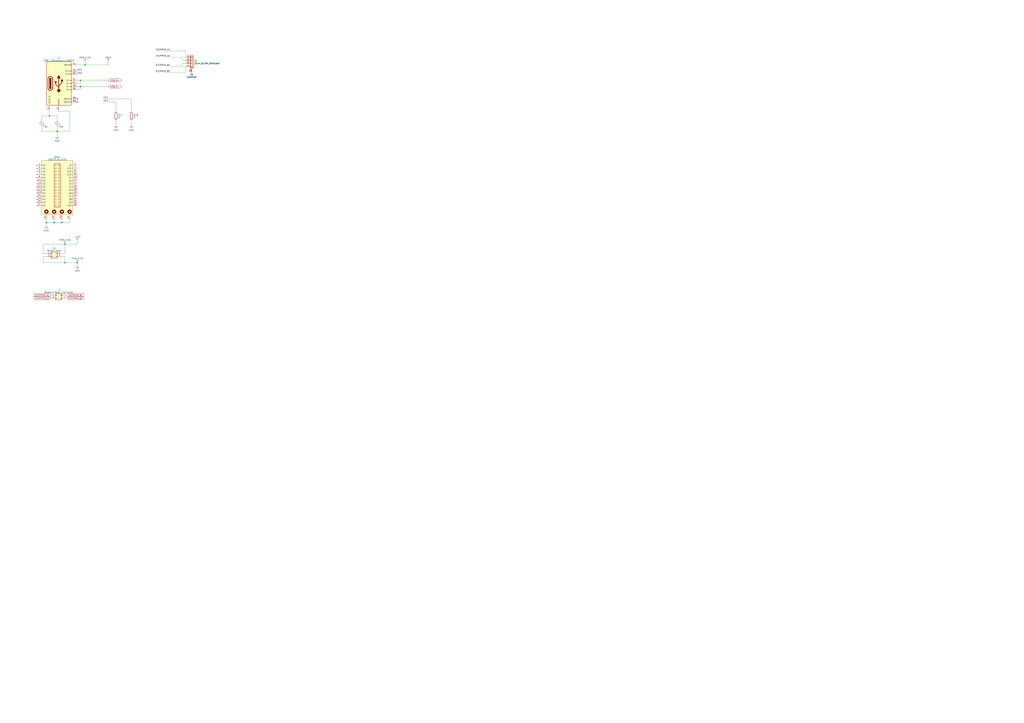
<source format=kicad_sch>
(kicad_sch (version 20230121) (generator eeschema)
  (paper "A1")
  (lib_symbols
    (symbol "0.Project:100STD_BLUESAT"
      (property "Reference" "BRD" (at -12.7 24.13 0))
      (property "Value" "100STD_BLUESAT" (at -12.7 21.59 0))
      (symbol "100STD_BLUESAT_0_1"
        (circle (center -1.27 -17.78) (radius 0.508))
        (circle (center -1.27 -15.24) (radius 0.508))
        (circle (center -1.27 -12.7) (radius 0.508))
        (circle (center -1.27 -10.16) (radius 0.508))
        (circle (center -1.27 -7.62) (radius 0.508))
        (circle (center -1.27 -5.08) (radius 0.508))
        (circle (center -1.27 -2.54) (radius 0.508))
        (circle (center -1.27 0) (radius 0.508))
        (circle (center -1.27 2.54) (radius 0.508))
        (circle (center -1.27 5.08) (radius 0.508))
        (circle (center -1.27 7.62) (radius 0.508))
        (circle (center -1.27 10.16) (radius 0.508))
        (circle (center -1.27 12.7) (radius 0.508))
        (circle (center -1.27 15.24) (radius 0.508))
        (circle (center 1.27 -17.78) (radius 0.508))
        (circle (center 1.27 -15.24) (radius 0.508))
        (circle (center 1.27 -12.7) (radius 0.508))
        (circle (center 1.27 -10.16) (radius 0.508))
        (circle (center 1.27 -7.62) (radius 0.508))
        (circle (center 1.27 -5.08) (radius 0.508))
        (circle (center 1.27 -2.54) (radius 0.508))
        (circle (center 1.27 0) (radius 0.508))
        (circle (center 1.27 2.54) (radius 0.508))
        (circle (center 1.27 5.08) (radius 0.508))
        (circle (center 1.27 7.62) (radius 0.508))
        (circle (center 1.27 10.16) (radius 0.508))
        (circle (center 1.27 12.7) (radius 0.508))
        (circle (center 1.27 15.24) (radius 0.508))
      )
      (symbol "100STD_BLUESAT_1_1"
        (rectangle (start -12.7 19.05) (end 12.7 -25.4) (fill (type background)))
        (circle (center -8.89 -22.86) (radius 1.27) (stroke (width 1)) (fill (type background)))
        (circle (center -2.54 -22.86) (radius 1.27) (stroke (width 1)) (fill (type background)))
        (rectangle (start -2.54 16.51) (end 2.54 -19.05) (stroke (width 0.254)) (fill (type background)))
        (circle (center 3.81 -22.86) (radius 1.27) (stroke (width 1)) (fill (type background)))
        (circle (center 10.16 -22.86) (radius 1.27) (stroke (width 1)) (fill (type background)))
        (pin no_connect line (at -16.51 15.24 0) (length 3.81) (name "NC") (number "1"))
        (pin bidirectional line (at 16.51 5.08 180) (length 3.81) (name "D1") (number "10"))
        (pin no_connect line (at -16.51 2.54 0) (length 3.81) (name "NC") (number "11"))
        (pin bidirectional line (at 16.51 2.54 180) (length 3.81) (name "D2") (number "12"))
        (pin no_connect line (at -16.51 0 0) (length 3.81) (name "NC") (number "13"))
        (pin bidirectional line (at 16.51 0 180) (length 3.81) (name "D3") (number "14"))
        (pin no_connect line (at -16.51 -2.54 0) (length 3.81) (name "NC") (number "15"))
        (pin bidirectional line (at 16.51 -2.54 180) (length 3.81) (name "D4") (number "16"))
        (pin no_connect line (at -16.51 -5.08 0) (length 3.81) (name "NC") (number "17"))
        (pin bidirectional line (at 16.51 -5.08 180) (length 3.81) (name "D5") (number "18"))
        (pin no_connect line (at -16.51 -7.62 0) (length 3.81) (name "NC") (number "19"))
        (pin power_out line (at 16.51 15.24 180) (length 3.81) (name "5V") (number "2"))
        (pin bidirectional line (at 16.51 -7.62 180) (length 3.81) (name "D6") (number "20"))
        (pin no_connect line (at -16.51 -10.16 0) (length 3.81) (name "NC") (number "21"))
        (pin bidirectional line (at 16.51 -10.16 180) (length 3.81) (name "D7") (number "22"))
        (pin no_connect line (at -16.51 -12.7 0) (length 3.81) (name "NC") (number "23"))
        (pin bidirectional line (at 16.51 -12.7 180) (length 3.81) (name "D8") (number "24"))
        (pin no_connect line (at -16.51 -15.24 0) (length 3.81) (name "NC") (number "25"))
        (pin bidirectional line (at 16.51 -15.24 180) (length 3.81) (name "D9") (number "26"))
        (pin no_connect line (at -16.51 -17.78 0) (length 3.81) (name "NC") (number "27"))
        (pin bidirectional line (at 16.51 -17.78 180) (length 3.81) (name "D10") (number "28"))
        (pin no_connect line (at -16.51 12.7 0) (length 3.81) (name "NC") (number "3"))
        (pin power_out line (at 16.51 12.7 180) (length 3.81) (name "3.3V") (number "4"))
        (pin no_connect line (at -16.51 10.16 0) (length 3.81) (name "NC") (number "5"))
        (pin power_in line (at 16.51 10.16 180) (length 3.81) (name "GND") (number "6"))
        (pin no_connect line (at -16.51 7.62 0) (length 3.81) (name "NC") (number "7"))
        (pin power_out line (at 16.51 7.62 180) (length 3.81) (name "3.3V") (number "8"))
        (pin no_connect line (at -16.51 5.08 0) (length 3.81) (name "NC") (number "9"))
        (pin passive line (at -8.89 -29.21 90) (length 3.81) (name "") (number "M1"))
        (pin passive line (at -2.54 -29.21 90) (length 3.81) (name "") (number "M2"))
        (pin passive line (at 3.81 -29.21 90) (length 3.81) (name "") (number "M3"))
        (pin passive line (at 10.16 -29.21 90) (length 3.81) (name "") (number "M4"))
      )
    )
    (symbol "Connector:USB_C_Receptacle_USB2.0" (pin_names (offset 1.016))
      (property "Reference" "J" (at -10.16 19.05 0))
      (property "Value" "USB_C_Receptacle_USB2.0" (at 19.05 19.05 0))
      (symbol "USB_C_Receptacle_USB2.0_0_0"
        (rectangle (start -0.254 -17.78) (end 0.254 -16.764))
        (rectangle (start 10.16 -14.986) (end 9.144 -15.494))
        (rectangle (start 10.16 -12.446) (end 9.144 -12.954))
        (rectangle (start 10.16 -4.826) (end 9.144 -5.334))
        (rectangle (start 10.16 -2.286) (end 9.144 -2.794))
        (rectangle (start 10.16 0.254) (end 9.144 -0.254))
        (rectangle (start 10.16 2.794) (end 9.144 2.286))
        (rectangle (start 10.16 7.874) (end 9.144 7.366))
        (rectangle (start 10.16 10.414) (end 9.144 9.906))
        (rectangle (start 10.16 15.494) (end 9.144 14.986))
      )
      (symbol "USB_C_Receptacle_USB2.0_0_1"
        (rectangle (start -10.16 17.78) (end 10.16 -17.78) (stroke (width 0.254)) (fill (type background)))
        (arc (start -8.89 -3.81) (mid -6.985 -5.7067) (end -5.08 -3.81) (stroke (width 0.508)))
        (arc (start -7.62 -3.81) (mid -6.985 -4.4423) (end -6.35 -3.81) (stroke (width 0.254)))
        (arc (start -7.62 -3.81) (mid -6.985 -4.4423) (end -6.35 -3.81) (stroke (width 0.254)) (fill (type outline)))
        (rectangle (start -7.62 -3.81) (end -6.35 3.81) (stroke (width 0.254)) (fill (type outline)))
        (arc (start -6.35 3.81) (mid -6.985 4.4423) (end -7.62 3.81) (stroke (width 0.254)))
        (arc (start -6.35 3.81) (mid -6.985 4.4423) (end -7.62 3.81) (stroke (width 0.254)) (fill (type outline)))
        (arc (start -5.08 3.81) (mid -6.985 5.7067) (end -8.89 3.81) (stroke (width 0.508)))
        (circle (center -2.54 1.143) (radius 0.635) (stroke (width 0.254)) (fill (type outline)))
        (circle (center 0 -5.842) (radius 1.27) (fill (type outline)))
        (polyline (pts (xy -8.89 -3.81) (xy -8.89 3.81)) (stroke (width 0.508)))
        (polyline (pts (xy -5.08 3.81) (xy -5.08 -3.81)) (stroke (width 0.508)))
        (polyline (pts (xy 0 -5.842) (xy 0 4.318)) (stroke (width 0.508)))
        (polyline (pts (xy 0 -3.302) (xy -2.54 -0.762) (xy -2.54 0.508)) (stroke (width 0.508)))
        (polyline (pts (xy 0 -2.032) (xy 2.54 0.508) (xy 2.54 1.778)) (stroke (width 0.508)))
        (polyline (pts (xy -1.27 4.318) (xy 0 6.858) (xy 1.27 4.318) (xy -1.27 4.318)) (stroke (width 0.254)) (fill (type outline)))
        (rectangle (start 1.905 1.778) (end 3.175 3.048) (stroke (width 0.254)) (fill (type outline)))
      )
      (symbol "USB_C_Receptacle_USB2.0_1_1"
        (pin passive line (at 0 -22.86 90) (length 5.08) (name "GND") (number "A1"))
        (pin passive line (at 0 -22.86 90) (length 5.08) hide (name "GND") (number "A12"))
        (pin passive line (at 15.24 15.24 180) (length 5.08) (name "VBUS") (number "A4"))
        (pin bidirectional line (at 15.24 10.16 180) (length 5.08) (name "CC1") (number "A5"))
        (pin bidirectional line (at 15.24 -2.54 180) (length 5.08) (name "D+") (number "A6"))
        (pin bidirectional line (at 15.24 2.54 180) (length 5.08) (name "D-") (number "A7"))
        (pin bidirectional line (at 15.24 -12.7 180) (length 5.08) (name "SBU1") (number "A8"))
        (pin passive line (at 15.24 15.24 180) (length 5.08) hide (name "VBUS") (number "A9"))
        (pin passive line (at 0 -22.86 90) (length 5.08) hide (name "GND") (number "B1"))
        (pin passive line (at 0 -22.86 90) (length 5.08) hide (name "GND") (number "B12"))
        (pin passive line (at 15.24 15.24 180) (length 5.08) hide (name "VBUS") (number "B4"))
        (pin bidirectional line (at 15.24 7.62 180) (length 5.08) (name "CC2") (number "B5"))
        (pin bidirectional line (at 15.24 -5.08 180) (length 5.08) (name "D+") (number "B6"))
        (pin bidirectional line (at 15.24 0 180) (length 5.08) (name "D-") (number "B7"))
        (pin bidirectional line (at 15.24 -15.24 180) (length 5.08) (name "SBU2") (number "B8"))
        (pin passive line (at 15.24 15.24 180) (length 5.08) hide (name "VBUS") (number "B9"))
        (pin passive line (at -7.62 -22.86 90) (length 5.08) (name "SHIELD") (number "S1"))
      )
    )
    (symbol "Connector_Generic:Conn_02x02_Odd_Even" (pin_names (offset 1.016) hide)
      (property "Reference" "J" (at 1.27 2.54 0))
      (property "Value" "Conn_02x02_Odd_Even" (at 1.27 -5.08 0))
      (symbol "Conn_02x02_Odd_Even_1_1"
        (rectangle (start -1.27 -2.413) (end 0 -2.667) (stroke (width 0.1524)))
        (rectangle (start -1.27 0.127) (end 0 -0.127) (stroke (width 0.1524)))
        (rectangle (start -1.27 1.27) (end 3.81 -3.81) (stroke (width 0.254)) (fill (type background)))
        (rectangle (start 3.81 -2.413) (end 2.54 -2.667) (stroke (width 0.1524)))
        (rectangle (start 3.81 0.127) (end 2.54 -0.127) (stroke (width 0.1524)))
        (pin passive line (at -5.08 0 0) (length 3.81) (name "Pin_1") (number "1"))
        (pin passive line (at 7.62 0 180) (length 3.81) (name "Pin_2") (number "2"))
        (pin passive line (at -5.08 -2.54 0) (length 3.81) (name "Pin_3") (number "3"))
        (pin passive line (at 7.62 -2.54 180) (length 3.81) (name "Pin_4") (number "4"))
      )
    )
    (symbol "Connector_Generic_Shielded.kicad_sym:Conn_01x04_Shielded" (pin_names (offset 1.016) hide)
      (property "Reference" "J" (at 0.254 4.826 0))
      (property "Value" "Conn_01x04_Shielded" (at 1.016 -7.366 0))
      (symbol "Conn_01x04_Shielded_1_1"
        (rectangle (start -1.27 3.81) (end 1.27 -6.35) (stroke (width 0.1524)))
        (rectangle (start -1.016 -4.953) (end 0.254 -5.207) (stroke (width 0.1524)))
        (rectangle (start -1.016 -2.413) (end 0.254 -2.667) (stroke (width 0.1524)))
        (rectangle (start -1.016 0.127) (end 0.254 -0.127) (stroke (width 0.1524)))
        (rectangle (start -1.016 2.667) (end 0.254 2.413) (stroke (width 0.1524)))
        (rectangle (start -1.016 3.556) (end 1.016 -6.096) (stroke (width 0.254)) (fill (type background)))
        (pin passive line (at -5.08 2.54 0) (length 4.064) (name "Pin_1") (number "1"))
        (pin passive line (at -5.08 0 0) (length 4.064) (name "Pin_2") (number "2"))
        (pin passive line (at -5.08 -2.54 0) (length 4.064) (name "Pin_3") (number "3"))
        (pin passive line (at -5.08 -5.08 0) (length 4.064) (name "Pin_4") (number "4"))
        (pin passive line (at 0 -10.16 90) (length 3.81) (name "Shield") (number "SH"))
      )
    )
    (symbol "Device.kicad_sym:R" (pin_numbers hide) (pin_names (offset 0))
      (property "Reference" "R" (at 2.032 0 90))
      (property "Value" "R" (at 0 0 90))
      (symbol "R_0_1"
        (rectangle (start -1.016 -2.54) (end 1.016 2.54) (stroke (width 0.254)))
      )
      (symbol "R_1_1"
        (pin passive line (at 0 3.81 270) (length 1.27) (name "~") (number "1"))
        (pin passive line (at 0 -3.81 90) (length 1.27) (name "~") (number "2"))
      )
    )
    (symbol "Device:FerriteBead_Small" (pin_numbers hide) (pin_names (offset 0))
      (property "Reference" "FB" (at 1.905 1.27 0))
      (property "Value" "FerriteBead_Small" (at 1.905 -1.27 0))
      (symbol "FerriteBead_Small_0_1"
        (polyline (pts (xy 0 -1.27) (xy 0 -0.7874)))
        (polyline (pts (xy 0 0.889) (xy 0 1.2954)))
        (polyline (pts (xy -1.8288 0.2794) (xy -1.1176 1.4986) (xy 1.8288 -0.2032) (xy 1.1176 -1.4224) (xy -1.8288 0.2794)))
      )
      (symbol "FerriteBead_Small_1_1"
        (pin passive line (at 0 2.54 270) (length 1.27) (name "~") (number "1"))
        (pin passive line (at 0 -2.54 90) (length 1.27) (name "~") (number "2"))
      )
    )
    (symbol "power.kicad_sym:GNDPWR" (power) (pin_names (offset 0))
      (property "Value" "GNDPWR" (at 0 -3.302 0))
      (symbol "GNDPWR_0_1"
        (polyline (pts (xy 0 -1.27) (xy 0 0)))
        (polyline (pts (xy -1.016 -1.27) (xy -1.27 -2.032) (xy -1.27 -2.032)) (stroke (width 0.2032)))
        (polyline (pts (xy -0.508 -1.27) (xy -0.762 -2.032) (xy -0.762 -2.032)) (stroke (width 0.2032)))
        (polyline (pts (xy 0 -1.27) (xy -0.254 -2.032) (xy -0.254 -2.032)) (stroke (width 0.2032)))
        (polyline (pts (xy 0.508 -1.27) (xy 0.254 -2.032) (xy 0.254 -2.032)) (stroke (width 0.2032)))
        (polyline (pts (xy 1.016 -1.27) (xy -1.016 -1.27) (xy -1.016 -1.27)) (stroke (width 0.2032)))
        (polyline (pts (xy 1.016 -1.27) (xy 0.762 -2.032) (xy 0.762 -2.032) (xy 0.762 -2.032)) (stroke (width 0.2032)))
      )
      (symbol "GNDPWR_1_1"
        (pin power_in line (at 0 0 270) (length 0) hide (name "GNDPWR") (number "1"))
      )
    )
    (symbol "power:+12V" (power) (pin_names (offset 0))
      (property "Value" "+12V" (at 0 3.556 0))
      (symbol "+12V_0_1"
        (polyline (pts (xy -0.762 1.27) (xy 0 2.54)))
        (polyline (pts (xy 0 0) (xy 0 2.54)))
        (polyline (pts (xy 0 2.54) (xy 0.762 1.27)))
      )
      (symbol "+12V_1_1"
        (pin power_in line (at 0 0 90) (length 0) hide (name "+12V") (number "1"))
      )
    )
    (symbol "power:GND" (power) (pin_names (offset 0))
      (property "Value" "GND" (at 0 -3.81 0))
      (symbol "GND_0_1"
        (polyline (pts (xy 0 0) (xy 0 -1.27) (xy 1.27 -1.27) (xy 0 -2.54) (xy -1.27 -1.27) (xy 0 -1.27)))
      )
      (symbol "GND_1_1"
        (pin power_in line (at 0 0 270) (length 0) hide (name "GND") (number "1"))
      )
    )
    (symbol "power:PWR_FLAG" (power) (pin_numbers hide) (pin_names (offset 0) hide)
      (property "Value" "PWR_FLAG" (at 0 3.81 0))
      (symbol "PWR_FLAG_0_0"
        (pin power_out line (at 0 0 90) (length 0) (name "pwr") (number "1"))
      )
      (symbol "PWR_FLAG_0_1"
        (polyline (pts (xy 0 0) (xy 0 1.27) (xy -1.016 1.905) (xy 0 2.54) (xy 1.016 1.905) (xy 0 1.27)))
      )
    )
    (symbol "power:VBUS" (power) (pin_names (offset 0))
      (property "Value" "VBUS" (at 0 3.81 0))
      (symbol "VBUS_0_1"
        (polyline (pts (xy -0.762 1.27) (xy 0 2.54)))
        (polyline (pts (xy 0 0) (xy 0 2.54)))
        (polyline (pts (xy 0 2.54) (xy 0.762 1.27)))
      )
      (symbol "VBUS_1_1"
        (pin power_in line (at 0 0 90) (length 0) hide (name "VBUS") (number "1"))
      )
    )
  )
  (junction (at 53.34 200.66))
  (junction (at 63.5 215.9))
  (junction (at 44.45 182.88))
  (junction (at 50.8 182.88))
  (junction (at 66.04 66.04))
  (junction (at 69.85 53.34))
  (junction (at 46.99 107.95))
  (junction (at 40.64 95.25))
  (junction (at 66.04 71.12))
  (junction (at 38.1 182.88))
  (junction (at 53.34 215.9))
  (no_connect (at 63.5 81.28))
  (no_connect (at 63.5 83.82))
  (wire (pts (xy 152.4 54.61) (xy 152.4 59.69)))
  (wire (pts (xy 40.64 95.25) (xy 40.64 91.44)))
  (wire (pts (xy 44.45 180.34) (xy 44.45 182.88)))
  (wire (pts (xy 66.04 71.12) (xy 88.9 71.12)))
  (wire (pts (xy 69.85 50.8) (xy 69.85 53.34)))
  (wire (pts (xy 95.25 99.06) (xy 95.25 102.87)))
  (wire (pts (xy 48.26 91.44) (xy 57.15 91.44)))
  (wire (pts (xy 63.5 218.44) (xy 63.5 215.9)))
  (wire (pts (xy 107.95 99.06) (xy 107.95 102.87)))
  (wire (pts (xy 152.4 46.99) (xy 152.4 41.91)))
  (wire (pts (xy 34.29 104.14) (xy 34.29 107.95)))
  (wire (pts (xy 63.5 73.66) (xy 66.04 73.66)))
  (wire (pts (xy 35.56 215.9) (xy 53.34 215.9)))
  (wire (pts (xy 46.99 107.95) (xy 46.99 111.76)))
  (wire (pts (xy 66.04 66.04) (xy 63.5 66.04)))
  (wire (pts (xy 139.7 59.69) (xy 152.4 59.69)))
  (wire (pts (xy 38.1 182.88) (xy 44.45 182.88)))
  (wire (pts (xy 53.34 210.82) (xy 50.8 210.82)))
  (wire (pts (xy 35.56 208.28) (xy 38.1 208.28)))
  (wire (pts (xy 53.34 200.66) (xy 53.34 208.28)))
  (wire (pts (xy 88.9 83.82) (xy 95.25 83.82)))
  (wire (pts (xy 107.95 81.28) (xy 88.9 81.28)))
  (wire (pts (xy 34.29 95.25) (xy 40.64 95.25)))
  (wire (pts (xy 152.4 41.91) (xy 139.7 41.91)))
  (wire (pts (xy 40.64 95.25) (xy 46.99 95.25)))
  (wire (pts (xy 35.56 210.82) (xy 38.1 210.82)))
  (wire (pts (xy 66.04 73.66) (xy 66.04 71.12)))
  (wire (pts (xy 50.8 182.88) (xy 57.15 182.88)))
  (wire (pts (xy 50.8 180.34) (xy 50.8 182.88)))
  (wire (pts (xy 66.04 71.12) (xy 63.5 71.12)))
  (wire (pts (xy 149.86 46.99) (xy 139.7 46.99)))
  (wire (pts (xy 34.29 95.25) (xy 34.29 99.06)))
  (wire (pts (xy 34.29 107.95) (xy 46.99 107.95)))
  (wire (pts (xy 63.5 200.66) (xy 53.34 200.66)))
  (wire (pts (xy 95.25 83.82) (xy 95.25 91.44)))
  (wire (pts (xy 46.99 99.06) (xy 46.99 95.25)))
  (wire (pts (xy 63.5 68.58) (xy 66.04 68.58)))
  (wire (pts (xy 69.85 53.34) (xy 88.9 53.34)))
  (wire (pts (xy 53.34 215.9) (xy 53.34 210.82)))
  (wire (pts (xy 38.1 180.34) (xy 38.1 182.88)))
  (wire (pts (xy 46.99 107.95) (xy 57.15 107.95)))
  (wire (pts (xy 63.5 215.9) (xy 53.34 215.9)))
  (wire (pts (xy 88.9 50.8) (xy 88.9 53.34)))
  (wire (pts (xy 57.15 180.34) (xy 57.15 182.88)))
  (wire (pts (xy 66.04 66.04) (xy 88.9 66.04)))
  (wire (pts (xy 63.5 53.34) (xy 69.85 53.34)))
  (wire (pts (xy 66.04 68.58) (xy 66.04 66.04)))
  (wire (pts (xy 50.8 208.28) (xy 53.34 208.28)))
  (wire (pts (xy 149.86 49.53) (xy 149.86 46.99)))
  (wire (pts (xy 107.95 81.28) (xy 107.95 91.44)))
  (wire (pts (xy 53.34 200.66) (xy 35.56 200.66)))
  (wire (pts (xy 57.15 91.44) (xy 57.15 107.95)))
  (wire (pts (xy 46.99 107.95) (xy 46.99 104.14)))
  (wire (pts (xy 35.56 200.66) (xy 35.56 208.28)))
  (wire (pts (xy 63.5 198.12) (xy 63.5 200.66)))
  (wire (pts (xy 44.45 182.88) (xy 50.8 182.88)))
  (wire (pts (xy 38.1 185.42) (xy 38.1 182.88)))
  (wire (pts (xy 152.4 52.07) (xy 149.86 52.07)))
  (wire (pts (xy 149.86 52.07) (xy 149.86 54.61)))
  (wire (pts (xy 35.56 210.82) (xy 35.56 215.9)))
  (wire (pts (xy 152.4 49.53) (xy 149.86 49.53)))
  (wire (pts (xy 149.86 54.61) (xy 139.7 54.61)))
  (label "STEPPER_A1" (at 139.7 41.91 180))
  (label "CC1" (at 63.5 58.42 0))
  (label "STEPPER_B1" (at 139.7 54.61 180))
  (label "CC1" (at 88.9 81.28 180))
  (label "CC2" (at 88.9 83.82 180))
  (label "STEPPER_A2" (at 139.7 46.99 180))
  (label "STEPPER_B2" (at 139.7 59.69 180))
  (label "CC2" (at 63.5 60.96 0))
  (global_label "STEPPER_A1" (shape input) (at 41.91 242.57 180) (property "Intersheetrefs" "${INTERSHEET_REFS}" (effects hide)))
  (global_label "STEPPER_B1" (shape input) (at 54.61 242.57 0) (property "Intersheetrefs" "${INTERSHEET_REFS}" (effects hide)))
  (global_label "STEPPER_A2" (shape input) (at 41.91 245.11 180) (property "Intersheetrefs" "${INTERSHEET_REFS}" (effects hide)))
  (global_label "USB_D-" (shape bidirectional) (at 88.9 71.12 0) (property "Intersheetrefs" "${INTERSHEET_REFS}" (effects hide)))
  (global_label "STEPPER_B2" (shape input) (at 54.61 245.11 0) (property "Intersheetrefs" "${INTERSHEET_REFS}" (effects hide)))
  (global_label "USB_D+" (shape bidirectional) (at 88.9 66.04 0) (property "Intersheetrefs" "${INTERSHEET_REFS}" (effects hide)))
  (symbol (lib_id "power:PWR_FLAG") (at 53.34 200.66 0) (unit 1)
    (property "Reference" "#FLG03" (effects hide))
    (property "Value" "PWR_FLAG" (at 53.34 197.1581 0))
  )
  (symbol (lib_id "Connector_Generic:Conn_02x02_Odd_Even") (at 46.99 242.57 0) (unit 1)
    (property "Reference" "J7" (at 48.26 238.2901 0))
    (property "Value" "Stepper Motor Connector" (at 48.26 240.2111 0))
    (property "Footprint" "0.Project:Molex_Mini-Fit-5566" (effects hide))
  )
  (symbol (lib_id "Connector_Generic_Shielded.kicad_sym:Conn_01x04_Shielded") (at 157.48 49.53 0) (unit 1)
    (property "Reference" "J?" (at 159.4612 50.1563 0) (effects (justify left)))
    (property "Value" "Conn_01x04_Shielded" (at 159.4612 52.0773 0) (effects (justify left)))
    (instances (project "dlpSAT" (path "" (reference "J?") (unit 1)) (path "" (reference "J6") (unit 1))))
  )
  (symbol (lib_id "Device.kicad_sym:R") (at 95.25 95.25 0) (unit 1)
    (property "Reference" "R17" (at 97.028 94.6063 0) (effects (justify left)))
    (property "Value" "R" (at 97.028 96.5273 0) (effects (justify left)))
    (property "Footprint" "Resistor_SMD:R_0201_0603Metric" (effects hide))
  )
  (symbol (lib_id "Device.kicad_sym:R") (at 107.95 95.25 0) (unit 1)
    (property "Reference" "R18" (at 109.728 94.6063 0) (effects (justify left)))
    (property "Value" "R" (at 109.728 96.5273 0) (effects (justify left)))
    (property "Footprint" "Resistor_SMD:R_0201_0603Metric" (effects hide))
  )
  (symbol (lib_id "power:GND") (at 38.1 185.42 0) (unit 1)
    (property "Reference" "#PWR045" (effects hide))
    (property "Value" "GND" (at 38.1 189.5555 0))
  )
  (symbol (lib_id "power:+12V") (at 63.5 198.12 0) (unit 1)
    (property "Reference" "#PWR047" (effects hide))
    (property "Value" "+12V" (at 63.5 194.6181 0))
  )
  (symbol (lib_id "power:GND") (at 107.95 102.87 0) (unit 1)
    (property "Reference" "#PWR073" (effects hide))
    (property "Value" "GND" (at 107.95 107.0055 0))
  )
  (symbol (lib_id "Connector:USB_C_Receptacle_USB2.0") (at 48.26 68.58 0) (unit 1)
    (property "Reference" "J?" (at 48.26 47.7901 0))
    (property "Value" "USB_C_Receptacle_USB2.0" (at 48.26 49.7111 0))
    (property "Footprint" "Connector_USB:USB_C_Receptacle_Palconn_UTC16-G" (effects hide))
    (property "Datasheet" "https://www.usb.org/sites/default/files/documents/usb_type-c.zip" (effects hide))
    (instances (project "dlpSAT" (path "" (reference "J?") (unit 1)) (path "" (reference "J4") (unit 1))))
  )
  (symbol (lib_id "Device:FerriteBead_Small") (at 46.99 101.6 0) (unit 1)
    (property "Reference" "FB2" (at 48.26 104.14 0) (effects (justify left)))
    (property "Value" "FerriteBead_Small" (effects hide))
  )
  (symbol (lib_id "power:GND") (at 46.99 111.76 0) (unit 1)
    (property "Reference" "#PWR043" (effects hide))
    (property "Value" "GND" (at 46.99 115.8955 0))
  )
  (symbol (lib_id "0.Project:100STD_BLUESAT") (at 46.99 151.13 0) (unit 1)
    (property "Reference" "BRD1" (at 46.99 129.1971 0))
    (property "Value" "100STD_BLUESAT" (at 46.99 131.1181 0))
    (property "Footprint" "0.Project:Rocket_Layout" (effects hide))
  )
  (symbol (lib_id "power.kicad_sym:GNDPWR") (at 157.48 59.69 0) (unit 1)
    (property "Reference" "#PWR078" (effects hide))
    (property "Value" "GNDPWR" (at 157.353 63.4191 0))
  )
  (symbol (lib_id "power:VBUS") (at 88.9 50.8 0) (unit 1)
    (property "Reference" "#PWR044" (effects hide))
    (property "Value" "VBUS" (at 88.9 47.2981 0))
  )
  (symbol (lib_id "Connector_Generic:Conn_02x02_Odd_Even") (at 43.18 208.28 0) (unit 1)
    (property "Reference" "J5" (at 44.45 204.0001 0))
    (property "Value" "Power Input" (at 44.45 205.9211 0))
    (property "Footprint" "0.Project:Molex_Mini-Fit_Jr_5569-04A1" (effects hide))
  )
  (symbol (lib_id "power:PWR_FLAG") (at 69.85 50.8 0) (unit 1)
    (property "Reference" "#FLG01" (effects hide))
    (property "Value" "PWR_FLAG" (at 69.85 47.2981 0))
  )
  (symbol (lib_id "power:GND") (at 63.5 218.44 0) (unit 1)
    (property "Reference" "#PWR046" (effects hide))
    (property "Value" "GND" (at 63.5 222.5755 0))
  )
  (symbol (lib_id "Device:FerriteBead_Small") (at 34.29 101.6 0) (unit 1)
    (property "Reference" "FB1" (at 35.56 104.14 0) (effects (justify left)))
    (property "Value" "FerriteBead_Small" (effects hide))
  )
  (symbol (lib_id "power:GND") (at 95.25 102.87 0) (unit 1)
    (property "Reference" "#PWR072" (effects hide))
    (property "Value" "GND" (at 95.25 107.0055 0))
  )
  (symbol (lib_id "power:PWR_FLAG") (at 63.5 215.9 0) (unit 1)
    (property "Reference" "#FLG02" (effects hide))
    (property "Value" "PWR_FLAG" (at 63.5 212.3981 0))
  )
)
</source>
